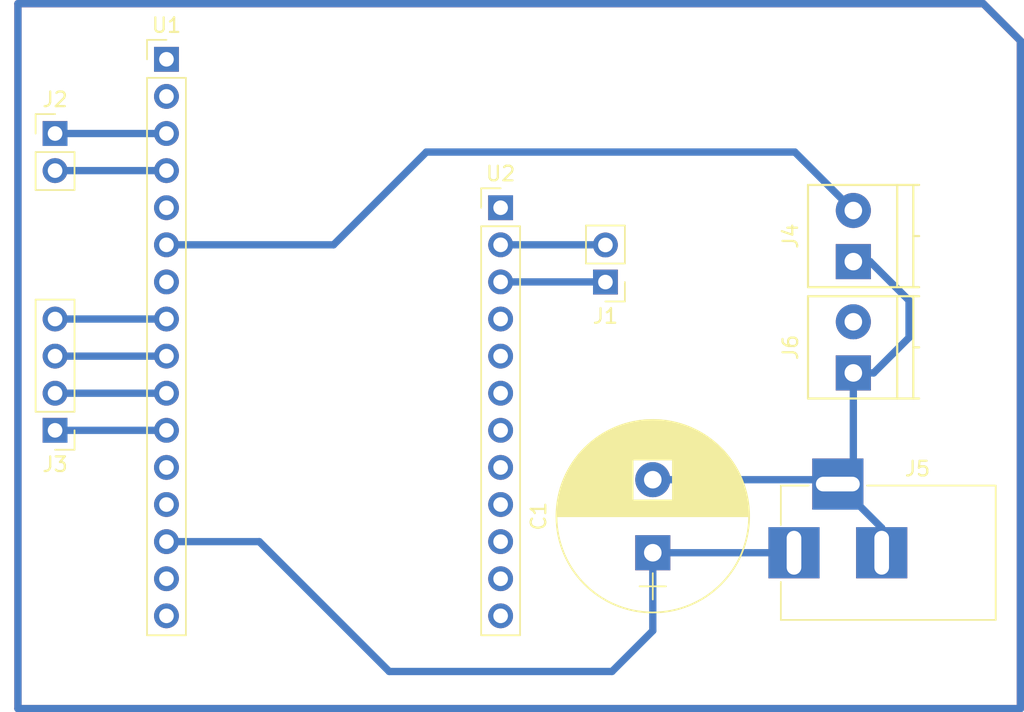
<source format=kicad_pcb>
(kicad_pcb (version 4) (host pcbnew 4.0.7)

  (general
    (links 15)
    (no_connects 0)
    (area 0 0 0 0)
    (thickness 1.6)
    (drawings 0)
    (tracks 42)
    (zones 0)
    (modules 9)
    (nets 21)
  )

  (page A4)
  (layers
    (0 F.Cu signal)
    (31 B.Cu signal)
    (32 B.Adhes user)
    (33 F.Adhes user)
    (34 B.Paste user)
    (35 F.Paste user)
    (36 B.SilkS user)
    (37 F.SilkS user)
    (38 B.Mask user)
    (39 F.Mask user)
    (40 Dwgs.User user)
    (41 Cmts.User user)
    (42 Eco1.User user)
    (43 Eco2.User user)
    (44 Edge.Cuts user)
    (45 Margin user)
    (46 B.CrtYd user)
    (47 F.CrtYd user)
    (48 B.Fab user)
    (49 F.Fab user)
  )

  (setup
    (last_trace_width 0.5)
    (trace_clearance 0.2)
    (zone_clearance 0.508)
    (zone_45_only no)
    (trace_min 0.2)
    (segment_width 0.2)
    (edge_width 0.15)
    (via_size 0.6)
    (via_drill 0.4)
    (via_min_size 0.4)
    (via_min_drill 0.3)
    (uvia_size 0.3)
    (uvia_drill 0.1)
    (uvias_allowed no)
    (uvia_min_size 0.2)
    (uvia_min_drill 0.1)
    (pcb_text_width 0.3)
    (pcb_text_size 1.5 1.5)
    (mod_edge_width 0.15)
    (mod_text_size 1 1)
    (mod_text_width 0.15)
    (pad_size 1.7 1.7)
    (pad_drill 1)
    (pad_to_mask_clearance 0.2)
    (aux_axis_origin 0 0)
    (visible_elements 7FFFFFBF)
    (pcbplotparams
      (layerselection 0x00030_80000001)
      (usegerberextensions false)
      (excludeedgelayer true)
      (linewidth 0.100000)
      (plotframeref false)
      (viasonmask false)
      (mode 1)
      (useauxorigin false)
      (hpglpennumber 1)
      (hpglpenspeed 20)
      (hpglpendiameter 15)
      (hpglpenoverlay 2)
      (psnegative false)
      (psa4output false)
      (plotreference true)
      (plotvalue true)
      (plotinvisibletext false)
      (padsonsilk false)
      (subtractmaskfromsilk false)
      (outputformat 1)
      (mirror false)
      (drillshape 1)
      (scaleselection 1)
      (outputdirectory ""))
  )

  (net 0 "")
  (net 1 TX)
  (net 2 RX)
  (net 3 SDA)
  (net 4 SCL)
  (net 5 DI)
  (net 6 DE)
  (net 7 RE)
  (net 8 RO)
  (net 9 SS)
  (net 10 GND)
  (net 11 VCC)
  (net 12 +BATT)
  (net 13 "Net-(U1-Pad1)")
  (net 14 "Net-(U1-Pad2)")
  (net 15 "Net-(U1-Pad5)")
  (net 16 "Net-(U1-Pad7)")
  (net 17 "Net-(U1-Pad12)")
  (net 18 "Net-(U1-Pad13)")
  (net 19 "Net-(U1-Pad15)")
  (net 20 "Net-(U1-Pad16)")

  (net_class Default "This is the default net class."
    (clearance 0.2)
    (trace_width 0.5)
    (via_dia 0.6)
    (via_drill 0.4)
    (uvia_dia 0.3)
    (uvia_drill 0.1)
    (add_net +BATT)
    (add_net DE)
    (add_net DI)
    (add_net GND)
    (add_net "Net-(U1-Pad1)")
    (add_net "Net-(U1-Pad12)")
    (add_net "Net-(U1-Pad13)")
    (add_net "Net-(U1-Pad15)")
    (add_net "Net-(U1-Pad16)")
    (add_net "Net-(U1-Pad2)")
    (add_net "Net-(U1-Pad5)")
    (add_net "Net-(U1-Pad7)")
    (add_net RE)
    (add_net RO)
    (add_net RX)
    (add_net SCL)
    (add_net SDA)
    (add_net SS)
    (add_net TX)
    (add_net VCC)
  )

  (module Capacitors_THT:CP_Radial_D13.0mm_P5.00mm (layer F.Cu) (tedit 59F72B26) (tstamp 59F6AB10)
    (at 147.57 144.27 90)
    (descr "CP, Radial series, Radial, pin pitch=5.00mm, , diameter=13mm, Electrolytic Capacitor")
    (tags "CP Radial series Radial pin pitch 5.00mm  diameter 13mm Electrolytic Capacitor")
    (path /59EEAACE)
    (fp_text reference C1 (at 2.5 -7.81 90) (layer F.SilkS)
      (effects (font (size 1 1) (thickness 0.15)))
    )
    (fp_text value CAP_POL (at 2.5 7.81 90) (layer F.Fab)
      (effects (font (size 1 1) (thickness 0.15)))
    )
    (fp_circle (center 2.5 0) (end 9 0) (layer F.Fab) (width 0.1))
    (fp_circle (center 2.5 0) (end 9.09 0) (layer F.SilkS) (width 0.12))
    (fp_line (start -3.2 0) (end -1.4 0) (layer F.Fab) (width 0.1))
    (fp_line (start -2.3 -0.9) (end -2.3 0.9) (layer F.Fab) (width 0.1))
    (fp_line (start 2.5 -6.55) (end 2.5 6.55) (layer F.SilkS) (width 0.12))
    (fp_line (start 2.54 -6.55) (end 2.54 6.55) (layer F.SilkS) (width 0.12))
    (fp_line (start 2.58 -6.55) (end 2.58 6.55) (layer F.SilkS) (width 0.12))
    (fp_line (start 2.62 -6.549) (end 2.62 6.549) (layer F.SilkS) (width 0.12))
    (fp_line (start 2.66 -6.549) (end 2.66 6.549) (layer F.SilkS) (width 0.12))
    (fp_line (start 2.7 -6.547) (end 2.7 6.547) (layer F.SilkS) (width 0.12))
    (fp_line (start 2.74 -6.546) (end 2.74 6.546) (layer F.SilkS) (width 0.12))
    (fp_line (start 2.78 -6.545) (end 2.78 6.545) (layer F.SilkS) (width 0.12))
    (fp_line (start 2.82 -6.543) (end 2.82 6.543) (layer F.SilkS) (width 0.12))
    (fp_line (start 2.86 -6.541) (end 2.86 6.541) (layer F.SilkS) (width 0.12))
    (fp_line (start 2.9 -6.538) (end 2.9 6.538) (layer F.SilkS) (width 0.12))
    (fp_line (start 2.94 -6.536) (end 2.94 6.536) (layer F.SilkS) (width 0.12))
    (fp_line (start 2.98 -6.533) (end 2.98 6.533) (layer F.SilkS) (width 0.12))
    (fp_line (start 3.02 -6.53) (end 3.02 6.53) (layer F.SilkS) (width 0.12))
    (fp_line (start 3.06 -6.527) (end 3.06 6.527) (layer F.SilkS) (width 0.12))
    (fp_line (start 3.1 -6.523) (end 3.1 6.523) (layer F.SilkS) (width 0.12))
    (fp_line (start 3.14 -6.519) (end 3.14 6.519) (layer F.SilkS) (width 0.12))
    (fp_line (start 3.18 -6.515) (end 3.18 6.515) (layer F.SilkS) (width 0.12))
    (fp_line (start 3.221 -6.511) (end 3.221 6.511) (layer F.SilkS) (width 0.12))
    (fp_line (start 3.261 -6.507) (end 3.261 6.507) (layer F.SilkS) (width 0.12))
    (fp_line (start 3.301 -6.502) (end 3.301 6.502) (layer F.SilkS) (width 0.12))
    (fp_line (start 3.341 -6.497) (end 3.341 6.497) (layer F.SilkS) (width 0.12))
    (fp_line (start 3.381 -6.491) (end 3.381 6.491) (layer F.SilkS) (width 0.12))
    (fp_line (start 3.421 -6.486) (end 3.421 6.486) (layer F.SilkS) (width 0.12))
    (fp_line (start 3.461 -6.48) (end 3.461 6.48) (layer F.SilkS) (width 0.12))
    (fp_line (start 3.501 -6.474) (end 3.501 6.474) (layer F.SilkS) (width 0.12))
    (fp_line (start 3.541 -6.468) (end 3.541 6.468) (layer F.SilkS) (width 0.12))
    (fp_line (start 3.581 -6.461) (end 3.581 6.461) (layer F.SilkS) (width 0.12))
    (fp_line (start 3.621 -6.455) (end 3.621 -1.38) (layer F.SilkS) (width 0.12))
    (fp_line (start 3.621 1.38) (end 3.621 6.455) (layer F.SilkS) (width 0.12))
    (fp_line (start 3.661 -6.448) (end 3.661 -1.38) (layer F.SilkS) (width 0.12))
    (fp_line (start 3.661 1.38) (end 3.661 6.448) (layer F.SilkS) (width 0.12))
    (fp_line (start 3.701 -6.44) (end 3.701 -1.38) (layer F.SilkS) (width 0.12))
    (fp_line (start 3.701 1.38) (end 3.701 6.44) (layer F.SilkS) (width 0.12))
    (fp_line (start 3.741 -6.433) (end 3.741 -1.38) (layer F.SilkS) (width 0.12))
    (fp_line (start 3.741 1.38) (end 3.741 6.433) (layer F.SilkS) (width 0.12))
    (fp_line (start 3.781 -6.425) (end 3.781 -1.38) (layer F.SilkS) (width 0.12))
    (fp_line (start 3.781 1.38) (end 3.781 6.425) (layer F.SilkS) (width 0.12))
    (fp_line (start 3.821 -6.417) (end 3.821 -1.38) (layer F.SilkS) (width 0.12))
    (fp_line (start 3.821 1.38) (end 3.821 6.417) (layer F.SilkS) (width 0.12))
    (fp_line (start 3.861 -6.409) (end 3.861 -1.38) (layer F.SilkS) (width 0.12))
    (fp_line (start 3.861 1.38) (end 3.861 6.409) (layer F.SilkS) (width 0.12))
    (fp_line (start 3.901 -6.4) (end 3.901 -1.38) (layer F.SilkS) (width 0.12))
    (fp_line (start 3.901 1.38) (end 3.901 6.4) (layer F.SilkS) (width 0.12))
    (fp_line (start 3.941 -6.391) (end 3.941 -1.38) (layer F.SilkS) (width 0.12))
    (fp_line (start 3.941 1.38) (end 3.941 6.391) (layer F.SilkS) (width 0.12))
    (fp_line (start 3.981 -6.382) (end 3.981 -1.38) (layer F.SilkS) (width 0.12))
    (fp_line (start 3.981 1.38) (end 3.981 6.382) (layer F.SilkS) (width 0.12))
    (fp_line (start 4.021 -6.373) (end 4.021 -1.38) (layer F.SilkS) (width 0.12))
    (fp_line (start 4.021 1.38) (end 4.021 6.373) (layer F.SilkS) (width 0.12))
    (fp_line (start 4.061 -6.363) (end 4.061 -1.38) (layer F.SilkS) (width 0.12))
    (fp_line (start 4.061 1.38) (end 4.061 6.363) (layer F.SilkS) (width 0.12))
    (fp_line (start 4.101 -6.353) (end 4.101 -1.38) (layer F.SilkS) (width 0.12))
    (fp_line (start 4.101 1.38) (end 4.101 6.353) (layer F.SilkS) (width 0.12))
    (fp_line (start 4.141 -6.343) (end 4.141 -1.38) (layer F.SilkS) (width 0.12))
    (fp_line (start 4.141 1.38) (end 4.141 6.343) (layer F.SilkS) (width 0.12))
    (fp_line (start 4.181 -6.333) (end 4.181 -1.38) (layer F.SilkS) (width 0.12))
    (fp_line (start 4.181 1.38) (end 4.181 6.333) (layer F.SilkS) (width 0.12))
    (fp_line (start 4.221 -6.322) (end 4.221 -1.38) (layer F.SilkS) (width 0.12))
    (fp_line (start 4.221 1.38) (end 4.221 6.322) (layer F.SilkS) (width 0.12))
    (fp_line (start 4.261 -6.311) (end 4.261 -1.38) (layer F.SilkS) (width 0.12))
    (fp_line (start 4.261 1.38) (end 4.261 6.311) (layer F.SilkS) (width 0.12))
    (fp_line (start 4.301 -6.3) (end 4.301 -1.38) (layer F.SilkS) (width 0.12))
    (fp_line (start 4.301 1.38) (end 4.301 6.3) (layer F.SilkS) (width 0.12))
    (fp_line (start 4.341 -6.288) (end 4.341 -1.38) (layer F.SilkS) (width 0.12))
    (fp_line (start 4.341 1.38) (end 4.341 6.288) (layer F.SilkS) (width 0.12))
    (fp_line (start 4.381 -6.277) (end 4.381 -1.38) (layer F.SilkS) (width 0.12))
    (fp_line (start 4.381 1.38) (end 4.381 6.277) (layer F.SilkS) (width 0.12))
    (fp_line (start 4.421 -6.265) (end 4.421 -1.38) (layer F.SilkS) (width 0.12))
    (fp_line (start 4.421 1.38) (end 4.421 6.265) (layer F.SilkS) (width 0.12))
    (fp_line (start 4.461 -6.252) (end 4.461 -1.38) (layer F.SilkS) (width 0.12))
    (fp_line (start 4.461 1.38) (end 4.461 6.252) (layer F.SilkS) (width 0.12))
    (fp_line (start 4.501 -6.24) (end 4.501 -1.38) (layer F.SilkS) (width 0.12))
    (fp_line (start 4.501 1.38) (end 4.501 6.24) (layer F.SilkS) (width 0.12))
    (fp_line (start 4.541 -6.227) (end 4.541 -1.38) (layer F.SilkS) (width 0.12))
    (fp_line (start 4.541 1.38) (end 4.541 6.227) (layer F.SilkS) (width 0.12))
    (fp_line (start 4.581 -6.214) (end 4.581 -1.38) (layer F.SilkS) (width 0.12))
    (fp_line (start 4.581 1.38) (end 4.581 6.214) (layer F.SilkS) (width 0.12))
    (fp_line (start 4.621 -6.2) (end 4.621 -1.38) (layer F.SilkS) (width 0.12))
    (fp_line (start 4.621 1.38) (end 4.621 6.2) (layer F.SilkS) (width 0.12))
    (fp_line (start 4.661 -6.186) (end 4.661 -1.38) (layer F.SilkS) (width 0.12))
    (fp_line (start 4.661 1.38) (end 4.661 6.186) (layer F.SilkS) (width 0.12))
    (fp_line (start 4.701 -6.172) (end 4.701 -1.38) (layer F.SilkS) (width 0.12))
    (fp_line (start 4.701 1.38) (end 4.701 6.172) (layer F.SilkS) (width 0.12))
    (fp_line (start 4.741 -6.158) (end 4.741 -1.38) (layer F.SilkS) (width 0.12))
    (fp_line (start 4.741 1.38) (end 4.741 6.158) (layer F.SilkS) (width 0.12))
    (fp_line (start 4.781 -6.144) (end 4.781 -1.38) (layer F.SilkS) (width 0.12))
    (fp_line (start 4.781 1.38) (end 4.781 6.144) (layer F.SilkS) (width 0.12))
    (fp_line (start 4.821 -6.129) (end 4.821 -1.38) (layer F.SilkS) (width 0.12))
    (fp_line (start 4.821 1.38) (end 4.821 6.129) (layer F.SilkS) (width 0.12))
    (fp_line (start 4.861 -6.113) (end 4.861 -1.38) (layer F.SilkS) (width 0.12))
    (fp_line (start 4.861 1.38) (end 4.861 6.113) (layer F.SilkS) (width 0.12))
    (fp_line (start 4.901 -6.098) (end 4.901 -1.38) (layer F.SilkS) (width 0.12))
    (fp_line (start 4.901 1.38) (end 4.901 6.098) (layer F.SilkS) (width 0.12))
    (fp_line (start 4.941 -6.082) (end 4.941 -1.38) (layer F.SilkS) (width 0.12))
    (fp_line (start 4.941 1.38) (end 4.941 6.082) (layer F.SilkS) (width 0.12))
    (fp_line (start 4.981 -6.066) (end 4.981 -1.38) (layer F.SilkS) (width 0.12))
    (fp_line (start 4.981 1.38) (end 4.981 6.066) (layer F.SilkS) (width 0.12))
    (fp_line (start 5.021 -6.05) (end 5.021 -1.38) (layer F.SilkS) (width 0.12))
    (fp_line (start 5.021 1.38) (end 5.021 6.05) (layer F.SilkS) (width 0.12))
    (fp_line (start 5.061 -6.033) (end 5.061 -1.38) (layer F.SilkS) (width 0.12))
    (fp_line (start 5.061 1.38) (end 5.061 6.033) (layer F.SilkS) (width 0.12))
    (fp_line (start 5.101 -6.016) (end 5.101 -1.38) (layer F.SilkS) (width 0.12))
    (fp_line (start 5.101 1.38) (end 5.101 6.016) (layer F.SilkS) (width 0.12))
    (fp_line (start 5.141 -5.999) (end 5.141 -1.38) (layer F.SilkS) (width 0.12))
    (fp_line (start 5.141 1.38) (end 5.141 5.999) (layer F.SilkS) (width 0.12))
    (fp_line (start 5.181 -5.981) (end 5.181 -1.38) (layer F.SilkS) (width 0.12))
    (fp_line (start 5.181 1.38) (end 5.181 5.981) (layer F.SilkS) (width 0.12))
    (fp_line (start 5.221 -5.963) (end 5.221 -1.38) (layer F.SilkS) (width 0.12))
    (fp_line (start 5.221 1.38) (end 5.221 5.963) (layer F.SilkS) (width 0.12))
    (fp_line (start 5.261 -5.945) (end 5.261 -1.38) (layer F.SilkS) (width 0.12))
    (fp_line (start 5.261 1.38) (end 5.261 5.945) (layer F.SilkS) (width 0.12))
    (fp_line (start 5.301 -5.926) (end 5.301 -1.38) (layer F.SilkS) (width 0.12))
    (fp_line (start 5.301 1.38) (end 5.301 5.926) (layer F.SilkS) (width 0.12))
    (fp_line (start 5.341 -5.907) (end 5.341 -1.38) (layer F.SilkS) (width 0.12))
    (fp_line (start 5.341 1.38) (end 5.341 5.907) (layer F.SilkS) (width 0.12))
    (fp_line (start 5.381 -5.888) (end 5.381 -1.38) (layer F.SilkS) (width 0.12))
    (fp_line (start 5.381 1.38) (end 5.381 5.888) (layer F.SilkS) (width 0.12))
    (fp_line (start 5.421 -5.868) (end 5.421 -1.38) (layer F.SilkS) (width 0.12))
    (fp_line (start 5.421 1.38) (end 5.421 5.868) (layer F.SilkS) (width 0.12))
    (fp_line (start 5.461 -5.848) (end 5.461 -1.38) (layer F.SilkS) (width 0.12))
    (fp_line (start 5.461 1.38) (end 5.461 5.848) (layer F.SilkS) (width 0.12))
    (fp_line (start 5.501 -5.828) (end 5.501 -1.38) (layer F.SilkS) (width 0.12))
    (fp_line (start 5.501 1.38) (end 5.501 5.828) (layer F.SilkS) (width 0.12))
    (fp_line (start 5.541 -5.807) (end 5.541 -1.38) (layer F.SilkS) (width 0.12))
    (fp_line (start 5.541 1.38) (end 5.541 5.807) (layer F.SilkS) (width 0.12))
    (fp_line (start 5.581 -5.786) (end 5.581 -1.38) (layer F.SilkS) (width 0.12))
    (fp_line (start 5.581 1.38) (end 5.581 5.786) (layer F.SilkS) (width 0.12))
    (fp_line (start 5.621 -5.765) (end 5.621 -1.38) (layer F.SilkS) (width 0.12))
    (fp_line (start 5.621 1.38) (end 5.621 5.765) (layer F.SilkS) (width 0.12))
    (fp_line (start 5.661 -5.743) (end 5.661 -1.38) (layer F.SilkS) (width 0.12))
    (fp_line (start 5.661 1.38) (end 5.661 5.743) (layer F.SilkS) (width 0.12))
    (fp_line (start 5.701 -5.721) (end 5.701 -1.38) (layer F.SilkS) (width 0.12))
    (fp_line (start 5.701 1.38) (end 5.701 5.721) (layer F.SilkS) (width 0.12))
    (fp_line (start 5.741 -5.699) (end 5.741 -1.38) (layer F.SilkS) (width 0.12))
    (fp_line (start 5.741 1.38) (end 5.741 5.699) (layer F.SilkS) (width 0.12))
    (fp_line (start 5.781 -5.676) (end 5.781 -1.38) (layer F.SilkS) (width 0.12))
    (fp_line (start 5.781 1.38) (end 5.781 5.676) (layer F.SilkS) (width 0.12))
    (fp_line (start 5.821 -5.653) (end 5.821 -1.38) (layer F.SilkS) (width 0.12))
    (fp_line (start 5.821 1.38) (end 5.821 5.653) (layer F.SilkS) (width 0.12))
    (fp_line (start 5.861 -5.63) (end 5.861 -1.38) (layer F.SilkS) (width 0.12))
    (fp_line (start 5.861 1.38) (end 5.861 5.63) (layer F.SilkS) (width 0.12))
    (fp_line (start 5.901 -5.606) (end 5.901 -1.38) (layer F.SilkS) (width 0.12))
    (fp_line (start 5.901 1.38) (end 5.901 5.606) (layer F.SilkS) (width 0.12))
    (fp_line (start 5.941 -5.581) (end 5.941 -1.38) (layer F.SilkS) (width 0.12))
    (fp_line (start 5.941 1.38) (end 5.941 5.581) (layer F.SilkS) (width 0.12))
    (fp_line (start 5.981 -5.557) (end 5.981 -1.38) (layer F.SilkS) (width 0.12))
    (fp_line (start 5.981 1.38) (end 5.981 5.557) (layer F.SilkS) (width 0.12))
    (fp_line (start 6.021 -5.532) (end 6.021 -1.38) (layer F.SilkS) (width 0.12))
    (fp_line (start 6.021 1.38) (end 6.021 5.532) (layer F.SilkS) (width 0.12))
    (fp_line (start 6.061 -5.506) (end 6.061 -1.38) (layer F.SilkS) (width 0.12))
    (fp_line (start 6.061 1.38) (end 6.061 5.506) (layer F.SilkS) (width 0.12))
    (fp_line (start 6.101 -5.48) (end 6.101 -1.38) (layer F.SilkS) (width 0.12))
    (fp_line (start 6.101 1.38) (end 6.101 5.48) (layer F.SilkS) (width 0.12))
    (fp_line (start 6.141 -5.454) (end 6.141 -1.38) (layer F.SilkS) (width 0.12))
    (fp_line (start 6.141 1.38) (end 6.141 5.454) (layer F.SilkS) (width 0.12))
    (fp_line (start 6.181 -5.427) (end 6.181 -1.38) (layer F.SilkS) (width 0.12))
    (fp_line (start 6.181 1.38) (end 6.181 5.427) (layer F.SilkS) (width 0.12))
    (fp_line (start 6.221 -5.4) (end 6.221 -1.38) (layer F.SilkS) (width 0.12))
    (fp_line (start 6.221 1.38) (end 6.221 5.4) (layer F.SilkS) (width 0.12))
    (fp_line (start 6.261 -5.373) (end 6.261 -1.38) (layer F.SilkS) (width 0.12))
    (fp_line (start 6.261 1.38) (end 6.261 5.373) (layer F.SilkS) (width 0.12))
    (fp_line (start 6.301 -5.345) (end 6.301 -1.38) (layer F.SilkS) (width 0.12))
    (fp_line (start 6.301 1.38) (end 6.301 5.345) (layer F.SilkS) (width 0.12))
    (fp_line (start 6.341 -5.316) (end 6.341 -1.38) (layer F.SilkS) (width 0.12))
    (fp_line (start 6.341 1.38) (end 6.341 5.316) (layer F.SilkS) (width 0.12))
    (fp_line (start 6.381 -5.287) (end 6.381 5.287) (layer F.SilkS) (width 0.12))
    (fp_line (start 6.421 -5.258) (end 6.421 5.258) (layer F.SilkS) (width 0.12))
    (fp_line (start 6.461 -5.228) (end 6.461 5.228) (layer F.SilkS) (width 0.12))
    (fp_line (start 6.501 -5.198) (end 6.501 5.198) (layer F.SilkS) (width 0.12))
    (fp_line (start 6.541 -5.167) (end 6.541 5.167) (layer F.SilkS) (width 0.12))
    (fp_line (start 6.581 -5.136) (end 6.581 5.136) (layer F.SilkS) (width 0.12))
    (fp_line (start 6.621 -5.104) (end 6.621 5.104) (layer F.SilkS) (width 0.12))
    (fp_line (start 6.661 -5.072) (end 6.661 5.072) (layer F.SilkS) (width 0.12))
    (fp_line (start 6.701 -5.039) (end 6.701 5.039) (layer F.SilkS) (width 0.12))
    (fp_line (start 6.741 -5.005) (end 6.741 5.005) (layer F.SilkS) (width 0.12))
    (fp_line (start 6.781 -4.971) (end 6.781 4.971) (layer F.SilkS) (width 0.12))
    (fp_line (start 6.821 -4.937) (end 6.821 4.937) (layer F.SilkS) (width 0.12))
    (fp_line (start 6.861 -4.902) (end 6.861 4.902) (layer F.SilkS) (width 0.12))
    (fp_line (start 6.901 -4.866) (end 6.901 4.866) (layer F.SilkS) (width 0.12))
    (fp_line (start 6.941 -4.83) (end 6.941 4.83) (layer F.SilkS) (width 0.12))
    (fp_line (start 6.981 -4.793) (end 6.981 4.793) (layer F.SilkS) (width 0.12))
    (fp_line (start 7.021 -4.756) (end 7.021 4.756) (layer F.SilkS) (width 0.12))
    (fp_line (start 7.061 -4.718) (end 7.061 4.718) (layer F.SilkS) (width 0.12))
    (fp_line (start 7.101 -4.679) (end 7.101 4.679) (layer F.SilkS) (width 0.12))
    (fp_line (start 7.141 -4.64) (end 7.141 4.64) (layer F.SilkS) (width 0.12))
    (fp_line (start 7.181 -4.6) (end 7.181 4.6) (layer F.SilkS) (width 0.12))
    (fp_line (start 7.221 -4.559) (end 7.221 4.559) (layer F.SilkS) (width 0.12))
    (fp_line (start 7.261 -4.518) (end 7.261 4.518) (layer F.SilkS) (width 0.12))
    (fp_line (start 7.301 -4.476) (end 7.301 4.476) (layer F.SilkS) (width 0.12))
    (fp_line (start 7.341 -4.433) (end 7.341 4.433) (layer F.SilkS) (width 0.12))
    (fp_line (start 7.381 -4.389) (end 7.381 4.389) (layer F.SilkS) (width 0.12))
    (fp_line (start 7.421 -4.345) (end 7.421 4.345) (layer F.SilkS) (width 0.12))
    (fp_line (start 7.461 -4.299) (end 7.461 4.299) (layer F.SilkS) (width 0.12))
    (fp_line (start 7.501 -4.253) (end 7.501 4.253) (layer F.SilkS) (width 0.12))
    (fp_line (start 7.541 -4.206) (end 7.541 4.206) (layer F.SilkS) (width 0.12))
    (fp_line (start 7.581 -4.158) (end 7.581 4.158) (layer F.SilkS) (width 0.12))
    (fp_line (start 7.621 -4.109) (end 7.621 4.109) (layer F.SilkS) (width 0.12))
    (fp_line (start 7.661 -4.06) (end 7.661 4.06) (layer F.SilkS) (width 0.12))
    (fp_line (start 7.701 -4.009) (end 7.701 4.009) (layer F.SilkS) (width 0.12))
    (fp_line (start 7.741 -3.957) (end 7.741 3.957) (layer F.SilkS) (width 0.12))
    (fp_line (start 7.781 -3.904) (end 7.781 3.904) (layer F.SilkS) (width 0.12))
    (fp_line (start 7.821 -3.85) (end 7.821 3.85) (layer F.SilkS) (width 0.12))
    (fp_line (start 7.861 -3.794) (end 7.861 3.794) (layer F.SilkS) (width 0.12))
    (fp_line (start 7.901 -3.738) (end 7.901 3.738) (layer F.SilkS) (width 0.12))
    (fp_line (start 7.941 -3.68) (end 7.941 3.68) (layer F.SilkS) (width 0.12))
    (fp_line (start 7.981 -3.621) (end 7.981 3.621) (layer F.SilkS) (width 0.12))
    (fp_line (start 8.021 -3.56) (end 8.021 3.56) (layer F.SilkS) (width 0.12))
    (fp_line (start 8.061 -3.498) (end 8.061 3.498) (layer F.SilkS) (width 0.12))
    (fp_line (start 8.101 -3.434) (end 8.101 3.434) (layer F.SilkS) (width 0.12))
    (fp_line (start 8.141 -3.369) (end 8.141 3.369) (layer F.SilkS) (width 0.12))
    (fp_line (start 8.181 -3.302) (end 8.181 3.302) (layer F.SilkS) (width 0.12))
    (fp_line (start 8.221 -3.233) (end 8.221 3.233) (layer F.SilkS) (width 0.12))
    (fp_line (start 8.261 -3.162) (end 8.261 3.162) (layer F.SilkS) (width 0.12))
    (fp_line (start 8.301 -3.089) (end 8.301 3.089) (layer F.SilkS) (width 0.12))
    (fp_line (start 8.341 -3.014) (end 8.341 3.014) (layer F.SilkS) (width 0.12))
    (fp_line (start 8.381 -2.936) (end 8.381 2.936) (layer F.SilkS) (width 0.12))
    (fp_line (start 8.421 -2.856) (end 8.421 2.856) (layer F.SilkS) (width 0.12))
    (fp_line (start 8.461 -2.772) (end 8.461 2.772) (layer F.SilkS) (width 0.12))
    (fp_line (start 8.501 -2.686) (end 8.501 2.686) (layer F.SilkS) (width 0.12))
    (fp_line (start 8.541 -2.596) (end 8.541 2.596) (layer F.SilkS) (width 0.12))
    (fp_line (start 8.581 -2.502) (end 8.581 2.502) (layer F.SilkS) (width 0.12))
    (fp_line (start 8.621 -2.405) (end 8.621 2.405) (layer F.SilkS) (width 0.12))
    (fp_line (start 8.661 -2.302) (end 8.661 2.302) (layer F.SilkS) (width 0.12))
    (fp_line (start 8.701 -2.194) (end 8.701 2.194) (layer F.SilkS) (width 0.12))
    (fp_line (start 8.741 -2.08) (end 8.741 2.08) (layer F.SilkS) (width 0.12))
    (fp_line (start 8.781 -1.958) (end 8.781 1.958) (layer F.SilkS) (width 0.12))
    (fp_line (start 8.821 -1.828) (end 8.821 1.828) (layer F.SilkS) (width 0.12))
    (fp_line (start 8.861 -1.686) (end 8.861 1.686) (layer F.SilkS) (width 0.12))
    (fp_line (start 8.901 -1.532) (end 8.901 1.532) (layer F.SilkS) (width 0.12))
    (fp_line (start 8.941 -1.359) (end 8.941 1.359) (layer F.SilkS) (width 0.12))
    (fp_line (start 8.981 -1.16) (end 8.981 1.16) (layer F.SilkS) (width 0.12))
    (fp_line (start 9.021 -0.918) (end 9.021 0.918) (layer F.SilkS) (width 0.12))
    (fp_line (start 9.061 -0.589) (end 9.061 0.589) (layer F.SilkS) (width 0.12))
    (fp_line (start -3.2 0) (end -1.4 0) (layer F.SilkS) (width 0.12))
    (fp_line (start -2.3 -0.9) (end -2.3 0.9) (layer F.SilkS) (width 0.12))
    (fp_line (start -4.35 -6.85) (end -4.35 6.85) (layer F.CrtYd) (width 0.05))
    (fp_line (start -4.35 6.85) (end 9.35 6.85) (layer F.CrtYd) (width 0.05))
    (fp_line (start 9.35 6.85) (end 9.35 -6.85) (layer F.CrtYd) (width 0.05))
    (fp_line (start 9.35 -6.85) (end -4.35 -6.85) (layer F.CrtYd) (width 0.05))
    (fp_text user %R (at 2.5 0 90) (layer F.Fab)
      (effects (font (size 1 1) (thickness 0.15)))
    )
    (pad 1 thru_hole rect (at 0 0 90) (size 2.4 2.4) (drill 1.2) (layers *.Cu *.Mask)
      (net 11 VCC))
    (pad 2 thru_hole circle (at 5 0 90) (size 2.4 2.4) (drill 1.2) (layers *.Cu *.Mask)
      (net 10 GND))
    (model ${KISYS3DMOD}/Capacitors_THT.3dshapes/CP_Radial_D13.0mm_P5.00mm.wrl
      (at (xyz 0 0 0))
      (scale (xyz 1 1 1))
      (rotate (xyz 0 0 0))
    )
  )

  (module Pin_Headers:Pin_Header_Straight_1x02_Pitch2.54mm (layer F.Cu) (tedit 59F72BAA) (tstamp 59F6AB26)
    (at 144.33 125.74 180)
    (descr "Through hole straight pin header, 1x02, 2.54mm pitch, single row")
    (tags "Through hole pin header THT 1x02 2.54mm single row")
    (path /59F55153)
    (fp_text reference J1 (at 0 -2.33 180) (layer F.SilkS)
      (effects (font (size 1 1) (thickness 0.15)))
    )
    (fp_text value SIM900 (at 0 4.87 180) (layer F.Fab)
      (effects (font (size 1 1) (thickness 0.15)))
    )
    (fp_line (start -0.635 -1.27) (end 1.27 -1.27) (layer F.Fab) (width 0.1))
    (fp_line (start 1.27 -1.27) (end 1.27 3.81) (layer F.Fab) (width 0.1))
    (fp_line (start 1.27 3.81) (end -1.27 3.81) (layer F.Fab) (width 0.1))
    (fp_line (start -1.27 3.81) (end -1.27 -0.635) (layer F.Fab) (width 0.1))
    (fp_line (start -1.27 -0.635) (end -0.635 -1.27) (layer F.Fab) (width 0.1))
    (fp_line (start -1.33 3.87) (end 1.33 3.87) (layer F.SilkS) (width 0.12))
    (fp_line (start -1.33 1.27) (end -1.33 3.87) (layer F.SilkS) (width 0.12))
    (fp_line (start 1.33 1.27) (end 1.33 3.87) (layer F.SilkS) (width 0.12))
    (fp_line (start -1.33 1.27) (end 1.33 1.27) (layer F.SilkS) (width 0.12))
    (fp_line (start -1.33 0) (end -1.33 -1.33) (layer F.SilkS) (width 0.12))
    (fp_line (start -1.33 -1.33) (end 0 -1.33) (layer F.SilkS) (width 0.12))
    (fp_line (start -1.8 -1.8) (end -1.8 4.35) (layer F.CrtYd) (width 0.05))
    (fp_line (start -1.8 4.35) (end 1.8 4.35) (layer F.CrtYd) (width 0.05))
    (fp_line (start 1.8 4.35) (end 1.8 -1.8) (layer F.CrtYd) (width 0.05))
    (fp_line (start 1.8 -1.8) (end -1.8 -1.8) (layer F.CrtYd) (width 0.05))
    (fp_text user %R (at 3.14 -2.92 450) (layer F.Fab)
      (effects (font (size 1 1) (thickness 0.15)))
    )
    (pad 1 thru_hole rect (at 0 0 180) (size 1.7 1.7) (drill 1) (layers *.Cu *.Mask)
      (net 1 TX))
    (pad 2 thru_hole oval (at 0 2.54 180) (size 1.7 1.7) (drill 1) (layers *.Cu *.Mask)
      (net 2 RX))
    (model ${KISYS3DMOD}/Pin_Headers.3dshapes/Pin_Header_Straight_1x02_Pitch2.54mm.wrl
      (at (xyz 0 0 0))
      (scale (xyz 1 1 1))
      (rotate (xyz 0 0 0))
    )
  )

  (module Pin_Headers:Pin_Header_Straight_1x02_Pitch2.54mm (layer F.Cu) (tedit 59650532) (tstamp 59F6AB3C)
    (at 106.68 115.57)
    (descr "Through hole straight pin header, 1x02, 2.54mm pitch, single row")
    (tags "Through hole pin header THT 1x02 2.54mm single row")
    (path /59F55349)
    (fp_text reference J2 (at 0 -2.33) (layer F.SilkS)
      (effects (font (size 1 1) (thickness 0.15)))
    )
    (fp_text value RTC (at 0 4.87) (layer F.Fab)
      (effects (font (size 1 1) (thickness 0.15)))
    )
    (fp_line (start -0.635 -1.27) (end 1.27 -1.27) (layer F.Fab) (width 0.1))
    (fp_line (start 1.27 -1.27) (end 1.27 3.81) (layer F.Fab) (width 0.1))
    (fp_line (start 1.27 3.81) (end -1.27 3.81) (layer F.Fab) (width 0.1))
    (fp_line (start -1.27 3.81) (end -1.27 -0.635) (layer F.Fab) (width 0.1))
    (fp_line (start -1.27 -0.635) (end -0.635 -1.27) (layer F.Fab) (width 0.1))
    (fp_line (start -1.33 3.87) (end 1.33 3.87) (layer F.SilkS) (width 0.12))
    (fp_line (start -1.33 1.27) (end -1.33 3.87) (layer F.SilkS) (width 0.12))
    (fp_line (start 1.33 1.27) (end 1.33 3.87) (layer F.SilkS) (width 0.12))
    (fp_line (start -1.33 1.27) (end 1.33 1.27) (layer F.SilkS) (width 0.12))
    (fp_line (start -1.33 0) (end -1.33 -1.33) (layer F.SilkS) (width 0.12))
    (fp_line (start -1.33 -1.33) (end 0 -1.33) (layer F.SilkS) (width 0.12))
    (fp_line (start -1.8 -1.8) (end -1.8 4.35) (layer F.CrtYd) (width 0.05))
    (fp_line (start -1.8 4.35) (end 1.8 4.35) (layer F.CrtYd) (width 0.05))
    (fp_line (start 1.8 4.35) (end 1.8 -1.8) (layer F.CrtYd) (width 0.05))
    (fp_line (start 1.8 -1.8) (end -1.8 -1.8) (layer F.CrtYd) (width 0.05))
    (fp_text user %R (at 0 1.27 90) (layer F.Fab)
      (effects (font (size 1 1) (thickness 0.15)))
    )
    (pad 1 thru_hole rect (at 0 0) (size 1.7 1.7) (drill 1) (layers *.Cu *.Mask)
      (net 3 SDA))
    (pad 2 thru_hole oval (at 0 2.54) (size 1.7 1.7) (drill 1) (layers *.Cu *.Mask)
      (net 4 SCL))
    (model ${KISYS3DMOD}/Pin_Headers.3dshapes/Pin_Header_Straight_1x02_Pitch2.54mm.wrl
      (at (xyz 0 0 0))
      (scale (xyz 1 1 1))
      (rotate (xyz 0 0 0))
    )
  )

  (module Pin_Headers:Pin_Header_Straight_1x04_Pitch2.54mm (layer F.Cu) (tedit 59650532) (tstamp 59F6AB54)
    (at 106.68 135.89 180)
    (descr "Through hole straight pin header, 1x04, 2.54mm pitch, single row")
    (tags "Through hole pin header THT 1x04 2.54mm single row")
    (path /59F55471)
    (fp_text reference J3 (at 0 -2.33 180) (layer F.SilkS)
      (effects (font (size 1 1) (thickness 0.15)))
    )
    (fp_text value "Micro Pro" (at 0 9.95 180) (layer F.Fab)
      (effects (font (size 1 1) (thickness 0.15)))
    )
    (fp_line (start -0.635 -1.27) (end 1.27 -1.27) (layer F.Fab) (width 0.1))
    (fp_line (start 1.27 -1.27) (end 1.27 8.89) (layer F.Fab) (width 0.1))
    (fp_line (start 1.27 8.89) (end -1.27 8.89) (layer F.Fab) (width 0.1))
    (fp_line (start -1.27 8.89) (end -1.27 -0.635) (layer F.Fab) (width 0.1))
    (fp_line (start -1.27 -0.635) (end -0.635 -1.27) (layer F.Fab) (width 0.1))
    (fp_line (start -1.33 8.95) (end 1.33 8.95) (layer F.SilkS) (width 0.12))
    (fp_line (start -1.33 1.27) (end -1.33 8.95) (layer F.SilkS) (width 0.12))
    (fp_line (start 1.33 1.27) (end 1.33 8.95) (layer F.SilkS) (width 0.12))
    (fp_line (start -1.33 1.27) (end 1.33 1.27) (layer F.SilkS) (width 0.12))
    (fp_line (start -1.33 0) (end -1.33 -1.33) (layer F.SilkS) (width 0.12))
    (fp_line (start -1.33 -1.33) (end 0 -1.33) (layer F.SilkS) (width 0.12))
    (fp_line (start -1.8 -1.8) (end -1.8 9.4) (layer F.CrtYd) (width 0.05))
    (fp_line (start -1.8 9.4) (end 1.8 9.4) (layer F.CrtYd) (width 0.05))
    (fp_line (start 1.8 9.4) (end 1.8 -1.8) (layer F.CrtYd) (width 0.05))
    (fp_line (start 1.8 -1.8) (end -1.8 -1.8) (layer F.CrtYd) (width 0.05))
    (fp_text user %R (at 0 3.81 270) (layer F.Fab)
      (effects (font (size 1 1) (thickness 0.15)))
    )
    (pad 1 thru_hole rect (at 0 0 180) (size 1.7 1.7) (drill 1) (layers *.Cu *.Mask)
      (net 5 DI))
    (pad 2 thru_hole oval (at 0 2.54 180) (size 1.7 1.7) (drill 1) (layers *.Cu *.Mask)
      (net 6 DE))
    (pad 3 thru_hole oval (at 0 5.08 180) (size 1.7 1.7) (drill 1) (layers *.Cu *.Mask)
      (net 7 RE))
    (pad 4 thru_hole oval (at 0 7.62 180) (size 1.7 1.7) (drill 1) (layers *.Cu *.Mask)
      (net 8 RO))
    (model ${KISYS3DMOD}/Pin_Headers.3dshapes/Pin_Header_Straight_1x04_Pitch2.54mm.wrl
      (at (xyz 0 0 0))
      (scale (xyz 1 1 1))
      (rotate (xyz 0 0 0))
    )
  )

  (module TerminalBlocks_Phoenix:TerminalBlock_Phoenix_PT-3.5mm_2pol (layer F.Cu) (tedit 59F725FE) (tstamp 59F6AB64)
    (at 161.29 124.34 90)
    (descr "2-way 3.5mm pitch terminal block, Phoenix PT series")
    (path /59F58CD3)
    (fp_text reference J4 (at 1.75 -4.3 90) (layer F.SilkS)
      (effects (font (size 1 1) (thickness 0.15)))
    )
    (fp_text value "solid state controller" (at 5.08 6.35 90) (layer F.Fab)
      (effects (font (size 1 1) (thickness 0.15)))
    )
    (fp_line (start -1.9 -3.3) (end 5.4 -3.3) (layer F.CrtYd) (width 0.05))
    (fp_line (start -1.9 4.7) (end -1.9 -3.3) (layer F.CrtYd) (width 0.05))
    (fp_line (start 5.4 4.7) (end -1.9 4.7) (layer F.CrtYd) (width 0.05))
    (fp_line (start 5.4 -3.3) (end 5.4 4.7) (layer F.CrtYd) (width 0.05))
    (fp_line (start 1.75 4.1) (end 1.75 4.5) (layer F.SilkS) (width 0.15))
    (fp_line (start -1.75 3) (end 5.25 3) (layer F.SilkS) (width 0.15))
    (fp_line (start -1.75 4.1) (end 5.25 4.1) (layer F.SilkS) (width 0.15))
    (fp_line (start -1.75 -3.1) (end -1.75 4.5) (layer F.SilkS) (width 0.15))
    (fp_line (start 5.25 4.5) (end 5.25 -3.1) (layer F.SilkS) (width 0.15))
    (fp_line (start 5.25 -3.1) (end -1.75 -3.1) (layer F.SilkS) (width 0.15))
    (pad 2 thru_hole circle (at 3.5 0 90) (size 2.4 2.4) (drill 1.2) (layers *.Cu *.Mask)
      (net 9 SS))
    (pad 1 thru_hole rect (at 0 0 90) (size 2.4 2.4) (drill 1.2) (layers *.Cu *.Mask)
      (net 10 GND))
    (model Terminal_Blocks.3dshapes/TerminalBlock_Pheonix_PT-3.5mm_2pol.wrl
      (at (xyz 0 0 0))
      (scale (xyz 1 1 1))
      (rotate (xyz 0 0 0))
    )
  )

  (module Connectors:BARREL_JACK (layer F.Cu) (tedit 5861378E) (tstamp 59F6AB83)
    (at 157.23 144.27 180)
    (descr "DC Barrel Jack")
    (tags "Power Jack")
    (path /59F5568F)
    (fp_text reference J5 (at -8.45 5.75 360) (layer F.SilkS)
      (effects (font (size 1 1) (thickness 0.15)))
    )
    (fp_text value Jack-DC (at -6.2 -5.5 180) (layer F.Fab)
      (effects (font (size 1 1) (thickness 0.15)))
    )
    (fp_line (start 1 -4.5) (end 1 -4.75) (layer F.CrtYd) (width 0.05))
    (fp_line (start 1 -4.75) (end -14 -4.75) (layer F.CrtYd) (width 0.05))
    (fp_line (start 1 -4.5) (end 1 -2) (layer F.CrtYd) (width 0.05))
    (fp_line (start 1 -2) (end 2 -2) (layer F.CrtYd) (width 0.05))
    (fp_line (start 2 -2) (end 2 2) (layer F.CrtYd) (width 0.05))
    (fp_line (start 2 2) (end 1 2) (layer F.CrtYd) (width 0.05))
    (fp_line (start 1 2) (end 1 4.75) (layer F.CrtYd) (width 0.05))
    (fp_line (start 1 4.75) (end -1 4.75) (layer F.CrtYd) (width 0.05))
    (fp_line (start -1 4.75) (end -1 6.75) (layer F.CrtYd) (width 0.05))
    (fp_line (start -1 6.75) (end -5 6.75) (layer F.CrtYd) (width 0.05))
    (fp_line (start -5 6.75) (end -5 4.75) (layer F.CrtYd) (width 0.05))
    (fp_line (start -5 4.75) (end -14 4.75) (layer F.CrtYd) (width 0.05))
    (fp_line (start -14 4.75) (end -14 -4.75) (layer F.CrtYd) (width 0.05))
    (fp_line (start -5 4.6) (end -13.8 4.6) (layer F.SilkS) (width 0.12))
    (fp_line (start -13.8 4.6) (end -13.8 -4.6) (layer F.SilkS) (width 0.12))
    (fp_line (start 0.9 1.9) (end 0.9 4.6) (layer F.SilkS) (width 0.12))
    (fp_line (start 0.9 4.6) (end -1 4.6) (layer F.SilkS) (width 0.12))
    (fp_line (start -13.8 -4.6) (end 0.9 -4.6) (layer F.SilkS) (width 0.12))
    (fp_line (start 0.9 -4.6) (end 0.9 -2) (layer F.SilkS) (width 0.12))
    (fp_line (start -10.2 -4.5) (end -10.2 4.5) (layer F.Fab) (width 0.1))
    (fp_line (start -13.7 -4.5) (end -13.7 4.5) (layer F.Fab) (width 0.1))
    (fp_line (start -13.7 4.5) (end 0.8 4.5) (layer F.Fab) (width 0.1))
    (fp_line (start 0.8 4.5) (end 0.8 -4.5) (layer F.Fab) (width 0.1))
    (fp_line (start 0.8 -4.5) (end -13.7 -4.5) (layer F.Fab) (width 0.1))
    (pad 1 thru_hole rect (at 0 0 180) (size 3.5 3.5) (drill oval 1 3) (layers *.Cu *.Mask)
      (net 11 VCC))
    (pad 2 thru_hole rect (at -6 0 180) (size 3.5 3.5) (drill oval 1 3) (layers *.Cu *.Mask)
      (net 10 GND))
    (pad 3 thru_hole rect (at -3 4.7 180) (size 3.5 3.5) (drill oval 3 1) (layers *.Cu *.Mask)
      (net 10 GND))
  )

  (module TerminalBlocks_Phoenix:TerminalBlock_Phoenix_PT-3.5mm_2pol (layer F.Cu) (tedit 59F725F7) (tstamp 59F6AB93)
    (at 161.29 131.96 90)
    (descr "2-way 3.5mm pitch terminal block, Phoenix PT series")
    (path /59F5901B)
    (fp_text reference J6 (at 1.75 -4.3 90) (layer F.SilkS)
      (effects (font (size 1 1) (thickness 0.15)))
    )
    (fp_text value Battery (at -2.54 1.27 180) (layer F.Fab)
      (effects (font (size 1 1) (thickness 0.15)))
    )
    (fp_line (start -1.9 -3.3) (end 5.4 -3.3) (layer F.CrtYd) (width 0.05))
    (fp_line (start -1.9 4.7) (end -1.9 -3.3) (layer F.CrtYd) (width 0.05))
    (fp_line (start 5.4 4.7) (end -1.9 4.7) (layer F.CrtYd) (width 0.05))
    (fp_line (start 5.4 -3.3) (end 5.4 4.7) (layer F.CrtYd) (width 0.05))
    (fp_line (start 1.75 4.1) (end 1.75 4.5) (layer F.SilkS) (width 0.15))
    (fp_line (start -1.75 3) (end 5.25 3) (layer F.SilkS) (width 0.15))
    (fp_line (start -1.75 4.1) (end 5.25 4.1) (layer F.SilkS) (width 0.15))
    (fp_line (start -1.75 -3.1) (end -1.75 4.5) (layer F.SilkS) (width 0.15))
    (fp_line (start 5.25 4.5) (end 5.25 -3.1) (layer F.SilkS) (width 0.15))
    (fp_line (start 5.25 -3.1) (end -1.75 -3.1) (layer F.SilkS) (width 0.15))
    (pad 2 thru_hole circle (at 3.5 0 90) (size 2.4 2.4) (drill 1.2) (layers *.Cu *.Mask)
      (net 12 +BATT))
    (pad 1 thru_hole rect (at 0 0 90) (size 2.4 2.4) (drill 1.2) (layers *.Cu *.Mask)
      (net 10 GND))
    (model Terminal_Blocks.3dshapes/TerminalBlock_Pheonix_PT-3.5mm_2pol.wrl
      (at (xyz 0 0 0))
      (scale (xyz 1 1 1))
      (rotate (xyz 0 0 0))
    )
  )

  (module Pin_Headers:Pin_Header_Straight_1x16_Pitch2.54mm (layer F.Cu) (tedit 59F72637) (tstamp 59F6ABB7)
    (at 114.3 110.49)
    (descr "Through hole straight pin header, 1x16, 2.54mm pitch, single row")
    (tags "Through hole pin header THT 1x16 2.54mm single row")
    (path /59EE9F45)
    (fp_text reference U1 (at 0 -2.33) (layer F.SilkS)
      (effects (font (size 1 1) (thickness 0.15)))
    )
    (fp_text value ADAFRUIT_FEATHER (at 2.54 33.02 90) (layer F.Fab)
      (effects (font (size 1 1) (thickness 0.15)))
    )
    (fp_line (start -0.635 -1.27) (end 1.27 -1.27) (layer F.Fab) (width 0.1))
    (fp_line (start 1.27 -1.27) (end 1.27 39.37) (layer F.Fab) (width 0.1))
    (fp_line (start 1.27 39.37) (end -1.27 39.37) (layer F.Fab) (width 0.1))
    (fp_line (start -1.27 39.37) (end -1.27 -0.635) (layer F.Fab) (width 0.1))
    (fp_line (start -1.27 -0.635) (end -0.635 -1.27) (layer F.Fab) (width 0.1))
    (fp_line (start -1.33 39.43) (end 1.33 39.43) (layer F.SilkS) (width 0.12))
    (fp_line (start -1.33 1.27) (end -1.33 39.43) (layer F.SilkS) (width 0.12))
    (fp_line (start 1.33 1.27) (end 1.33 39.43) (layer F.SilkS) (width 0.12))
    (fp_line (start -1.33 1.27) (end 1.33 1.27) (layer F.SilkS) (width 0.12))
    (fp_line (start -1.33 0) (end -1.33 -1.33) (layer F.SilkS) (width 0.12))
    (fp_line (start -1.33 -1.33) (end 0 -1.33) (layer F.SilkS) (width 0.12))
    (fp_line (start -1.8 -1.8) (end -1.8 39.9) (layer F.CrtYd) (width 0.05))
    (fp_line (start -1.8 39.9) (end 1.8 39.9) (layer F.CrtYd) (width 0.05))
    (fp_line (start 1.8 39.9) (end 1.8 -1.8) (layer F.CrtYd) (width 0.05))
    (fp_line (start 1.8 -1.8) (end -1.8 -1.8) (layer F.CrtYd) (width 0.05))
    (fp_text user %R (at 0 19.05 90) (layer F.Fab)
      (effects (font (size 1 1) (thickness 0.15)))
    )
    (pad 1 thru_hole rect (at 0 0) (size 1.7 1.7) (drill 1) (layers *.Cu *.Mask)
      (net 13 "Net-(U1-Pad1)"))
    (pad 2 thru_hole oval (at 0 2.54) (size 1.7 1.7) (drill 1) (layers *.Cu *.Mask)
      (net 14 "Net-(U1-Pad2)"))
    (pad 3 thru_hole oval (at 0 5.08) (size 1.7 1.7) (drill 1) (layers *.Cu *.Mask)
      (net 3 SDA))
    (pad 4 thru_hole oval (at 0 7.62) (size 1.7 1.7) (drill 1) (layers *.Cu *.Mask)
      (net 4 SCL))
    (pad 5 thru_hole oval (at 0 10.16) (size 1.7 1.7) (drill 1) (layers *.Cu *.Mask)
      (net 15 "Net-(U1-Pad5)"))
    (pad 6 thru_hole oval (at 0 12.7) (size 1.7 1.7) (drill 1) (layers *.Cu *.Mask)
      (net 9 SS))
    (pad 7 thru_hole oval (at 0 15.24) (size 1.7 1.7) (drill 1) (layers *.Cu *.Mask)
      (net 16 "Net-(U1-Pad7)"))
    (pad 8 thru_hole oval (at 0 17.78) (size 1.7 1.7) (drill 1) (layers *.Cu *.Mask)
      (net 8 RO))
    (pad 9 thru_hole oval (at 0 20.32) (size 1.7 1.7) (drill 1) (layers *.Cu *.Mask)
      (net 7 RE))
    (pad 10 thru_hole oval (at 0 22.86) (size 1.7 1.7) (drill 1) (layers *.Cu *.Mask)
      (net 6 DE))
    (pad 11 thru_hole oval (at 0 25.4) (size 1.7 1.7) (drill 1) (layers *.Cu *.Mask)
      (net 5 DI))
    (pad 12 thru_hole oval (at 0 27.94) (size 1.7 1.7) (drill 1) (layers *.Cu *.Mask)
      (net 17 "Net-(U1-Pad12)"))
    (pad 13 thru_hole oval (at 0 30.48) (size 1.7 1.7) (drill 1) (layers *.Cu *.Mask)
      (net 18 "Net-(U1-Pad13)"))
    (pad 14 thru_hole oval (at 0 33.02) (size 1.7 1.7) (drill 1) (layers *.Cu *.Mask)
      (net 11 VCC))
    (pad 15 thru_hole oval (at 0 35.56) (size 1.7 1.7) (drill 1) (layers *.Cu *.Mask)
      (net 19 "Net-(U1-Pad15)"))
    (pad 16 thru_hole oval (at 0 38.1) (size 1.7 1.7) (drill 1) (layers *.Cu *.Mask)
      (net 20 "Net-(U1-Pad16)"))
    (model ${KISYS3DMOD}/Pin_Headers.3dshapes/Pin_Header_Straight_1x16_Pitch2.54mm.wrl
      (at (xyz 0 0 0))
      (scale (xyz 1 1 1))
      (rotate (xyz 0 0 0))
    )
  )

  (module Pin_Headers:Pin_Header_Straight_1x12_Pitch2.54mm (layer F.Cu) (tedit 59F72BB8) (tstamp 59F6ABD7)
    (at 137.16 120.65)
    (descr "Through hole straight pin header, 1x12, 2.54mm pitch, single row")
    (tags "Through hole pin header THT 1x12 2.54mm single row")
    (path /59F6A2D9)
    (fp_text reference U2 (at 0 -2.33) (layer F.SilkS)
      (effects (font (size 1 1) (thickness 0.15)))
    )
    (fp_text value ADAFRUIT_FEATHER (at -3.81 22.86 90) (layer F.Fab)
      (effects (font (size 1 1) (thickness 0.15)))
    )
    (fp_line (start -0.635 -1.27) (end 1.27 -1.27) (layer F.Fab) (width 0.1))
    (fp_line (start 1.27 -1.27) (end 1.27 29.21) (layer F.Fab) (width 0.1))
    (fp_line (start 1.27 29.21) (end -1.27 29.21) (layer F.Fab) (width 0.1))
    (fp_line (start -1.27 29.21) (end -1.27 -0.635) (layer F.Fab) (width 0.1))
    (fp_line (start -1.27 -0.635) (end -0.635 -1.27) (layer F.Fab) (width 0.1))
    (fp_line (start -1.33 29.27) (end 1.33 29.27) (layer F.SilkS) (width 0.12))
    (fp_line (start -1.33 1.27) (end -1.33 29.27) (layer F.SilkS) (width 0.12))
    (fp_line (start 1.33 1.27) (end 1.33 29.27) (layer F.SilkS) (width 0.12))
    (fp_line (start -1.33 1.27) (end 1.33 1.27) (layer F.SilkS) (width 0.12))
    (fp_line (start -1.33 0) (end -1.33 -1.33) (layer F.SilkS) (width 0.12))
    (fp_line (start -1.33 -1.33) (end 0 -1.33) (layer F.SilkS) (width 0.12))
    (fp_line (start -1.8 -1.8) (end -1.8 29.75) (layer F.CrtYd) (width 0.05))
    (fp_line (start -1.8 29.75) (end 1.8 29.75) (layer F.CrtYd) (width 0.05))
    (fp_line (start 1.8 29.75) (end 1.8 -1.8) (layer F.CrtYd) (width 0.05))
    (fp_line (start 1.8 -1.8) (end -1.8 -1.8) (layer F.CrtYd) (width 0.05))
    (fp_text user %R (at 0 13.97 90) (layer F.Fab)
      (effects (font (size 1 1) (thickness 0.15)))
    )
    (pad 1 thru_hole rect (at 0 0) (size 1.7 1.7) (drill 1) (layers *.Cu *.Mask))
    (pad 2 thru_hole oval (at 0 2.54) (size 1.7 1.7) (drill 1) (layers *.Cu *.Mask)
      (net 2 RX))
    (pad 3 thru_hole oval (at 0 5.08) (size 1.7 1.7) (drill 1) (layers *.Cu *.Mask)
      (net 1 TX))
    (pad 4 thru_hole oval (at 0 7.62) (size 1.7 1.7) (drill 1) (layers *.Cu *.Mask))
    (pad 5 thru_hole oval (at 0 10.16) (size 1.7 1.7) (drill 1) (layers *.Cu *.Mask))
    (pad 6 thru_hole oval (at 0 12.7) (size 1.7 1.7) (drill 1) (layers *.Cu *.Mask))
    (pad 7 thru_hole oval (at 0 15.24) (size 1.7 1.7) (drill 1) (layers *.Cu *.Mask))
    (pad 8 thru_hole oval (at 0 17.78) (size 1.7 1.7) (drill 1) (layers *.Cu *.Mask))
    (pad 9 thru_hole oval (at 0 20.32) (size 1.7 1.7) (drill 1) (layers *.Cu *.Mask))
    (pad 10 thru_hole oval (at 0 22.86) (size 1.7 1.7) (drill 1) (layers *.Cu *.Mask))
    (pad 11 thru_hole oval (at 0 25.4) (size 1.7 1.7) (drill 1) (layers *.Cu *.Mask))
    (pad 12 thru_hole oval (at 0 27.94) (size 1.7 1.7) (drill 1) (layers *.Cu *.Mask))
    (model ${KISYS3DMOD}/Pin_Headers.3dshapes/Pin_Header_Straight_1x12_Pitch2.54mm.wrl
      (at (xyz 0 0 0))
      (scale (xyz 1 1 1))
      (rotate (xyz 0 0 0))
    )
  )

  (segment (start 104.14 106.68) (end 170.18 106.68) (width 0.5) (layer B.Cu) (net 0))
  (segment (start 104.14 154.94) (end 104.14 106.68) (width 0.5) (layer B.Cu) (net 0) (tstamp 59F73743))
  (segment (start 172.72 154.94) (end 104.14 154.94) (width 0.5) (layer B.Cu) (net 0) (tstamp 59F73742))
  (segment (start 172.72 109.22) (end 172.72 154.94) (width 0.5) (layer B.Cu) (net 0) (tstamp 59F73741))
  (segment (start 170.18 106.68) (end 172.72 109.22) (width 0.5) (layer B.Cu) (net 0) (tstamp 59F73740))
  (segment (start 104.14 106.68) (end 104.14 154.94) (width 0.5) (layer F.Cu) (net 0))
  (segment (start 170.18 106.68) (end 104.14 106.68) (width 0.5) (layer F.Cu) (net 0) (tstamp 59F7373C))
  (segment (start 172.72 109.22) (end 170.18 106.68) (width 0.5) (layer F.Cu) (net 0) (tstamp 59F7373B))
  (segment (start 172.72 154.94) (end 172.72 109.22) (width 0.5) (layer F.Cu) (net 0) (tstamp 59F7373A))
  (segment (start 104.14 154.94) (end 172.72 154.94) (width 0.5) (layer F.Cu) (net 0) (tstamp 59F73739))
  (segment (start 137.16 125.73) (end 144.32 125.73) (width 0.5) (layer B.Cu) (net 1))
  (segment (start 144.32 125.73) (end 144.33 125.74) (width 0.5) (layer B.Cu) (net 1) (tstamp 59F73722))
  (segment (start 137.16 123.19) (end 144.32 123.19) (width 0.5) (layer B.Cu) (net 2))
  (segment (start 144.32 123.19) (end 144.33 123.2) (width 0.5) (layer B.Cu) (net 2) (tstamp 59F7371F))
  (segment (start 106.68 115.57) (end 114.3 115.57) (width 0.5) (layer B.Cu) (net 3))
  (segment (start 106.68 118.11) (end 114.3 118.11) (width 0.5) (layer B.Cu) (net 4))
  (segment (start 106.68 135.89) (end 114.3 135.89) (width 0.5) (layer B.Cu) (net 5))
  (segment (start 106.68 133.35) (end 114.3 133.35) (width 0.5) (layer B.Cu) (net 6))
  (segment (start 106.68 130.81) (end 114.3 130.81) (width 0.5) (layer B.Cu) (net 7))
  (segment (start 106.68 128.27) (end 114.3 128.27) (width 0.5) (layer B.Cu) (net 8))
  (segment (start 114.3 123.19) (end 125.73 123.19) (width 0.5) (layer B.Cu) (net 9))
  (segment (start 157.29 116.84) (end 161.29 120.84) (width 0.5) (layer B.Cu) (net 9) (tstamp 59F73714))
  (segment (start 132.08 116.84) (end 157.29 116.84) (width 0.5) (layer B.Cu) (net 9) (tstamp 59F73712))
  (segment (start 125.73 123.19) (end 132.08 116.84) (width 0.5) (layer B.Cu) (net 9) (tstamp 59F73710))
  (segment (start 147.57 139.27) (end 159.93 139.27) (width 0.5) (layer B.Cu) (net 10))
  (segment (start 159.93 139.27) (end 160.23 139.57) (width 0.5) (layer B.Cu) (net 10) (tstamp 59F73725))
  (segment (start 161.29 124.34) (end 162.44 124.34) (width 0.5) (layer B.Cu) (net 10))
  (segment (start 162.44 124.34) (end 165.1 127) (width 0.5) (layer B.Cu) (net 10) (tstamp 59F73718))
  (segment (start 165.1 127) (end 165.1 129.54) (width 0.5) (layer B.Cu) (net 10) (tstamp 59F73719))
  (segment (start 165.1 129.54) (end 162.68 131.96) (width 0.5) (layer B.Cu) (net 10) (tstamp 59F7371B))
  (segment (start 162.68 131.96) (end 161.29 131.96) (width 0.5) (layer B.Cu) (net 10) (tstamp 59F7371C))
  (segment (start 163.23 144.27) (end 163.23 142.57) (width 0.5) (layer B.Cu) (net 10))
  (segment (start 163.23 142.57) (end 160.23 139.57) (width 0.5) (layer B.Cu) (net 10) (tstamp 59F736F9))
  (segment (start 161.29 131.96) (end 161.29 138.51) (width 0.5) (layer B.Cu) (net 10))
  (segment (start 161.29 138.51) (end 160.23 139.57) (width 0.5) (layer B.Cu) (net 10) (tstamp 59F736F3))
  (segment (start 161.29 138.51) (end 160.23 139.57) (width 0.25) (layer B.Cu) (net 10) (tstamp 59F736E2))
  (segment (start 147.57 144.27) (end 147.57 149.61) (width 0.5) (layer B.Cu) (net 11))
  (segment (start 120.65 143.51) (end 114.3 143.51) (width 0.5) (layer B.Cu) (net 11) (tstamp 59F73704))
  (segment (start 129.54 152.4) (end 120.65 143.51) (width 0.5) (layer B.Cu) (net 11) (tstamp 59F73702))
  (segment (start 144.78 152.4) (end 129.54 152.4) (width 0.5) (layer B.Cu) (net 11) (tstamp 59F73700))
  (segment (start 147.57 149.61) (end 144.78 152.4) (width 0.5) (layer B.Cu) (net 11) (tstamp 59F736FE))
  (segment (start 157.23 144.27) (end 147.57 144.27) (width 0.5) (layer B.Cu) (net 11))

)

</source>
